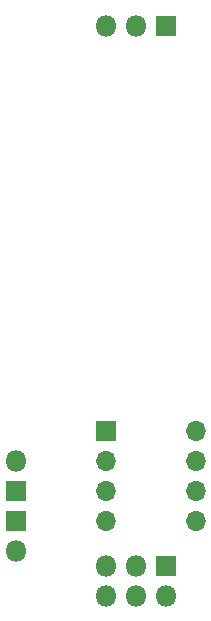
<source format=gts>
G04 #@! TF.FileFunction,Soldermask,Top*
%FSLAX46Y46*%
G04 Gerber Fmt 4.6, Leading zero omitted, Abs format (unit mm)*
G04 Created by KiCad (PCBNEW 4.0.7-e2-6376~61~ubuntu18.04.1) date Sat Nov 23 09:42:22 2019*
%MOMM*%
%LPD*%
G01*
G04 APERTURE LIST*
%ADD10C,0.100000*%
%ADD11R,1.801600X1.801600*%
%ADD12O,1.801600X1.801600*%
%ADD13R,1.701600X1.701600*%
%ADD14O,1.701600X1.701600*%
G04 APERTURE END LIST*
D10*
D11*
X15240000Y63500000D03*
D12*
X12700000Y63500000D03*
X10160000Y63500000D03*
D11*
X2540000Y21590000D03*
D12*
X2540000Y19050000D03*
D11*
X2540000Y24130000D03*
D12*
X2540000Y26670000D03*
D13*
X10160000Y29210000D03*
D14*
X17780000Y21590000D03*
X10160000Y26670000D03*
X17780000Y24130000D03*
X10160000Y24130000D03*
X17780000Y26670000D03*
X10160000Y21590000D03*
X17780000Y29210000D03*
D11*
X15240000Y17780000D03*
D12*
X15240000Y15240000D03*
X12700000Y17780000D03*
X12700000Y15240000D03*
X10160000Y17780000D03*
X10160000Y15240000D03*
M02*

</source>
